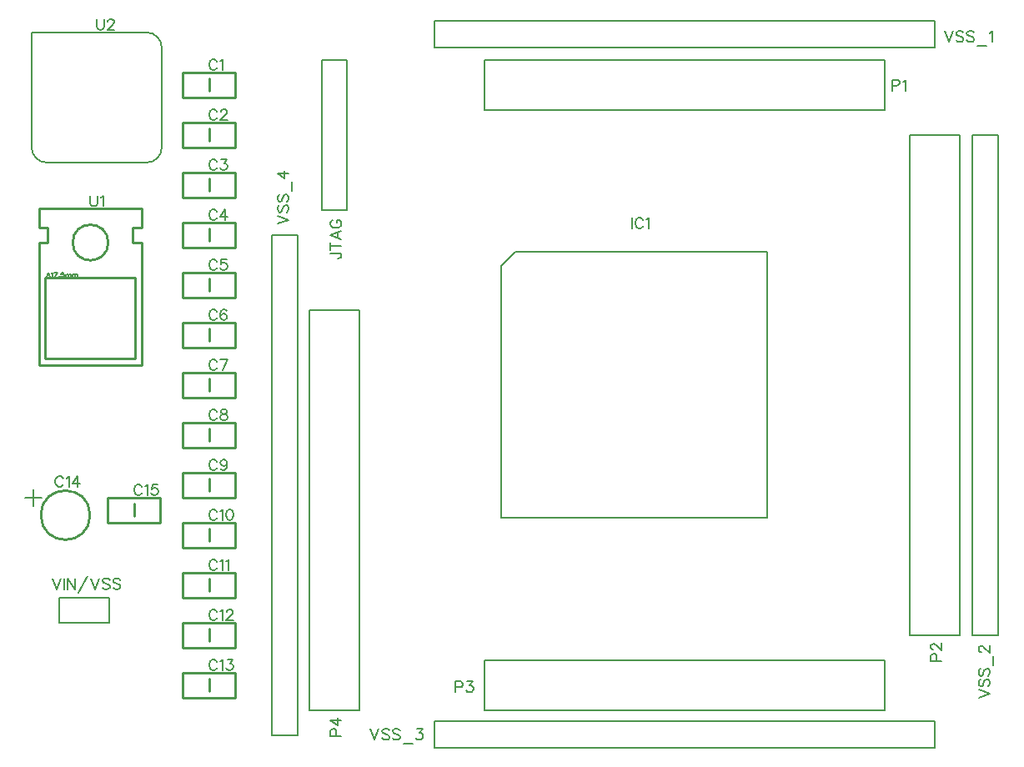
<source format=gto>
G04 Layer: TopSilkLayer*
G04 EasyEDA v5.9.42, Mon, 25 Mar 2019 10:54:48 GMT*
G04 9ec46c63b194450d96f21d754a7bc232*
G04 Gerber Generator version 0.2*
G04 Scale: 100 percent, Rotated: No, Reflected: No *
G04 Dimensions in inches *
G04 leading zeros omitted , absolute positions ,2 integer and 4 decimal *
%FSLAX24Y24*%
%MOIN*%
G90*
G70D02*

%ADD10C,0.010000*%
%ADD11C,0.008000*%
%ADD23C,0.007870*%
%ADD24C,0.007992*%
%ADD25C,0.005910*%
%ADD26C,0.006000*%
%ADD27C,0.007874*%

%LPD*%
G54D23*
G01X20224Y20440D02*
G01X30289Y20440D01*
G01X30289Y9810D01*
G01X19659Y9810D01*
G01X19659Y19875D01*
G01X20224Y20440D01*
G54D10*
G01X8000Y27350D02*
G01X8000Y26850D01*
G01X6950Y27600D02*
G01X9050Y27600D01*
G01X9050Y27600D02*
G01X9050Y26600D01*
G01X9050Y26600D02*
G01X6950Y26600D01*
G01X6950Y26600D02*
G01X6950Y27600D01*
G01X8000Y25350D02*
G01X8000Y24850D01*
G01X6950Y25600D02*
G01X9050Y25600D01*
G01X9050Y25600D02*
G01X9050Y24600D01*
G01X9050Y24600D02*
G01X6950Y24600D01*
G01X6950Y24600D02*
G01X6950Y25600D01*
G01X8000Y23350D02*
G01X8000Y22850D01*
G01X6950Y23600D02*
G01X9050Y23600D01*
G01X9050Y23600D02*
G01X9050Y22600D01*
G01X9050Y22600D02*
G01X6950Y22600D01*
G01X6950Y22600D02*
G01X6950Y23600D01*
G01X8000Y21350D02*
G01X8000Y20850D01*
G01X6950Y21600D02*
G01X9050Y21600D01*
G01X9050Y21600D02*
G01X9050Y20600D01*
G01X9050Y20600D02*
G01X6950Y20600D01*
G01X6950Y20600D02*
G01X6950Y21600D01*
G01X8000Y19350D02*
G01X8000Y18850D01*
G01X6950Y19600D02*
G01X9050Y19600D01*
G01X9050Y19600D02*
G01X9050Y18600D01*
G01X9050Y18600D02*
G01X6950Y18600D01*
G01X6950Y18600D02*
G01X6950Y19600D01*
G01X8000Y17350D02*
G01X8000Y16850D01*
G01X6950Y17600D02*
G01X9050Y17600D01*
G01X9050Y17600D02*
G01X9050Y16600D01*
G01X9050Y16600D02*
G01X6950Y16600D01*
G01X6950Y16600D02*
G01X6950Y17600D01*
G01X8000Y15350D02*
G01X8000Y14850D01*
G01X6950Y15600D02*
G01X9050Y15600D01*
G01X9050Y15600D02*
G01X9050Y14600D01*
G01X9050Y14600D02*
G01X6950Y14600D01*
G01X6950Y14600D02*
G01X6950Y15600D01*
G01X8000Y13350D02*
G01X8000Y12850D01*
G01X6950Y13600D02*
G01X9050Y13600D01*
G01X9050Y13600D02*
G01X9050Y12600D01*
G01X9050Y12600D02*
G01X6950Y12600D01*
G01X6950Y12600D02*
G01X6950Y13600D01*
G01X8000Y11350D02*
G01X8000Y10850D01*
G01X6950Y11600D02*
G01X9050Y11600D01*
G01X9050Y11600D02*
G01X9050Y10600D01*
G01X9050Y10600D02*
G01X6950Y10600D01*
G01X6950Y10600D02*
G01X6950Y11600D01*
G01X8000Y9350D02*
G01X8000Y8850D01*
G01X6950Y9600D02*
G01X9050Y9600D01*
G01X9050Y9600D02*
G01X9050Y8600D01*
G01X9050Y8600D02*
G01X6950Y8600D01*
G01X6950Y8600D02*
G01X6950Y9600D01*
G01X8000Y7350D02*
G01X8000Y6850D01*
G01X6950Y7600D02*
G01X9050Y7600D01*
G01X9050Y7600D02*
G01X9050Y6600D01*
G01X9050Y6600D02*
G01X6950Y6600D01*
G01X6950Y6600D02*
G01X6950Y7600D01*
G01X8000Y5350D02*
G01X8000Y4850D01*
G01X6950Y5600D02*
G01X9050Y5600D01*
G01X9050Y5600D02*
G01X9050Y4600D01*
G01X9050Y4600D02*
G01X6950Y4600D01*
G01X6950Y4600D02*
G01X6950Y5600D01*
G01X8000Y3350D02*
G01X8000Y2850D01*
G01X6950Y3600D02*
G01X9050Y3600D01*
G01X9050Y3600D02*
G01X9050Y2600D01*
G01X9050Y2600D02*
G01X6950Y2600D01*
G01X6950Y2600D02*
G01X6950Y3600D01*
G54D11*
G01X38000Y25100D02*
G01X36000Y25100D01*
G01X36000Y5100D01*
G01X38000Y5100D01*
G01X38000Y25100D01*
G01X19000Y4100D02*
G01X19000Y2100D01*
G01X35000Y2100D01*
G01X35000Y4100D01*
G01X19000Y4100D01*
G01X19000Y28100D02*
G01X19000Y26100D01*
G01X35000Y26100D01*
G01X35000Y28100D01*
G01X19000Y28100D01*
G01X14000Y18100D02*
G01X12000Y18100D01*
G01X12000Y2100D01*
G01X14000Y2100D01*
G01X14000Y18100D01*
G54D10*
G01X1200Y15900D02*
G01X5300Y15900D01*
G01X5300Y22150D02*
G01X1200Y22150D01*
G01X5300Y15900D02*
G01X5300Y20800D01*
G01X5300Y20800D02*
G01X4950Y20800D01*
G01X4950Y20800D02*
G01X4950Y21400D01*
G01X4950Y21400D02*
G01X5300Y21400D01*
G01X5300Y21400D02*
G01X5300Y22150D01*
G01X1200Y15900D02*
G01X1200Y20800D01*
G01X1200Y20800D02*
G01X1550Y20800D01*
G01X1550Y20800D02*
G01X1550Y21400D01*
G01X1550Y21400D02*
G01X1200Y21400D01*
G01X1200Y21400D02*
G01X1200Y22150D01*
G01X1450Y16150D02*
G01X5050Y16150D01*
G01X5050Y19400D02*
G01X5050Y16150D01*
G01X5050Y19400D02*
G01X1450Y19400D01*
G01X1450Y16150D02*
G01X1450Y19400D01*
G01X5000Y10350D02*
G01X5000Y9850D01*
G01X3950Y10600D02*
G01X6050Y10600D01*
G01X6050Y10600D02*
G01X6050Y9600D01*
G01X6050Y9600D02*
G01X3950Y9600D01*
G01X3950Y9600D02*
G01X3950Y10600D01*
G54D11*
G01X13500Y27350D02*
G01X13500Y28100D01*
G01X12500Y28100D01*
G01X12500Y22100D01*
G01X13500Y22100D01*
G54D24*
G01X13500Y22100D02*
G01X13500Y27350D01*
G54D11*
G01X4000Y6600D02*
G01X4000Y5600D01*
G01X2000Y5600D01*
G01X2000Y6600D01*
G01X2750Y6600D01*
G54D24*
G01X4000Y6600D02*
G01X2750Y6600D01*
G54D11*
G01X37000Y29600D02*
G01X37000Y29650D01*
G01X17000Y29650D01*
G01X17000Y28600D01*
G01X37000Y28600D01*
G01X37000Y29600D01*
G01X39500Y5100D02*
G01X39550Y5100D01*
G01X39550Y25100D01*
G01X38500Y25100D01*
G01X38500Y5100D01*
G01X39500Y5100D01*
G01X37000Y1600D02*
G01X37000Y1650D01*
G01X17000Y1650D01*
G01X17000Y600D01*
G01X37000Y600D01*
G01X37000Y1600D01*
G01X11500Y1100D02*
G01X11550Y1100D01*
G01X11550Y21100D01*
G01X10500Y21100D01*
G01X10500Y1100D01*
G01X11500Y1100D01*
G54D25*
G01X5500Y29200D02*
G01X900Y29200D01*
G01X900Y24600D01*
G01X6100Y24600D02*
G01X6100Y28600D01*
G01X5500Y24000D02*
G01X1500Y24000D01*
G54D26*
G01X24900Y21796D02*
G01X24900Y21367D01*
G01X25342Y21694D02*
G01X25321Y21734D01*
G01X25280Y21776D01*
G01X25239Y21796D01*
G01X25157Y21796D01*
G01X25117Y21776D01*
G01X25076Y21734D01*
G01X25055Y21694D01*
G01X25035Y21632D01*
G01X25035Y21530D01*
G01X25055Y21469D01*
G01X25076Y21428D01*
G01X25117Y21388D01*
G01X25157Y21367D01*
G01X25239Y21367D01*
G01X25280Y21388D01*
G01X25321Y21428D01*
G01X25342Y21469D01*
G01X25477Y21715D02*
G01X25518Y21734D01*
G01X25578Y21796D01*
G01X25578Y21367D01*
G01X8306Y28027D02*
G01X8285Y28067D01*
G01X8244Y28109D01*
G01X8205Y28128D01*
G01X8122Y28128D01*
G01X8081Y28109D01*
G01X8040Y28067D01*
G01X8019Y28027D01*
G01X8000Y27965D01*
G01X8000Y27863D01*
G01X8019Y27802D01*
G01X8040Y27761D01*
G01X8081Y27719D01*
G01X8122Y27700D01*
G01X8205Y27700D01*
G01X8244Y27719D01*
G01X8285Y27761D01*
G01X8306Y27802D01*
G01X8442Y28048D02*
G01X8482Y28067D01*
G01X8543Y28128D01*
G01X8543Y27700D01*
G01X8306Y26027D02*
G01X8285Y26067D01*
G01X8244Y26109D01*
G01X8205Y26128D01*
G01X8122Y26128D01*
G01X8081Y26109D01*
G01X8040Y26067D01*
G01X8019Y26027D01*
G01X8000Y25965D01*
G01X8000Y25863D01*
G01X8019Y25802D01*
G01X8040Y25761D01*
G01X8081Y25719D01*
G01X8122Y25700D01*
G01X8205Y25700D01*
G01X8244Y25719D01*
G01X8285Y25761D01*
G01X8306Y25802D01*
G01X8461Y26027D02*
G01X8461Y26048D01*
G01X8482Y26088D01*
G01X8502Y26109D01*
G01X8543Y26128D01*
G01X8626Y26128D01*
G01X8667Y26109D01*
G01X8686Y26088D01*
G01X8707Y26048D01*
G01X8707Y26007D01*
G01X8686Y25965D01*
G01X8646Y25903D01*
G01X8442Y25700D01*
G01X8727Y25700D01*
G01X8306Y24027D02*
G01X8285Y24067D01*
G01X8244Y24109D01*
G01X8205Y24128D01*
G01X8122Y24128D01*
G01X8081Y24109D01*
G01X8040Y24067D01*
G01X8019Y24027D01*
G01X8000Y23965D01*
G01X8000Y23863D01*
G01X8019Y23802D01*
G01X8040Y23761D01*
G01X8081Y23719D01*
G01X8122Y23700D01*
G01X8205Y23700D01*
G01X8244Y23719D01*
G01X8285Y23761D01*
G01X8306Y23802D01*
G01X8482Y24128D02*
G01X8707Y24128D01*
G01X8585Y23965D01*
G01X8646Y23965D01*
G01X8686Y23944D01*
G01X8707Y23925D01*
G01X8727Y23863D01*
G01X8727Y23823D01*
G01X8707Y23761D01*
G01X8667Y23719D01*
G01X8605Y23700D01*
G01X8543Y23700D01*
G01X8482Y23719D01*
G01X8461Y23740D01*
G01X8442Y23782D01*
G01X8306Y22027D02*
G01X8285Y22067D01*
G01X8244Y22109D01*
G01X8205Y22128D01*
G01X8122Y22128D01*
G01X8081Y22109D01*
G01X8040Y22067D01*
G01X8019Y22027D01*
G01X8000Y21965D01*
G01X8000Y21863D01*
G01X8019Y21802D01*
G01X8040Y21761D01*
G01X8081Y21719D01*
G01X8122Y21700D01*
G01X8205Y21700D01*
G01X8244Y21719D01*
G01X8285Y21761D01*
G01X8306Y21802D01*
G01X8646Y22128D02*
G01X8442Y21842D01*
G01X8748Y21842D01*
G01X8646Y22128D02*
G01X8646Y21700D01*
G01X8306Y20027D02*
G01X8285Y20067D01*
G01X8244Y20109D01*
G01X8205Y20128D01*
G01X8122Y20128D01*
G01X8081Y20109D01*
G01X8040Y20067D01*
G01X8019Y20027D01*
G01X8000Y19965D01*
G01X8000Y19863D01*
G01X8019Y19802D01*
G01X8040Y19761D01*
G01X8081Y19719D01*
G01X8122Y19700D01*
G01X8205Y19700D01*
G01X8244Y19719D01*
G01X8285Y19761D01*
G01X8306Y19802D01*
G01X8686Y20128D02*
G01X8482Y20128D01*
G01X8461Y19944D01*
G01X8482Y19965D01*
G01X8543Y19986D01*
G01X8605Y19986D01*
G01X8667Y19965D01*
G01X8707Y19925D01*
G01X8727Y19863D01*
G01X8727Y19823D01*
G01X8707Y19761D01*
G01X8667Y19719D01*
G01X8605Y19700D01*
G01X8543Y19700D01*
G01X8482Y19719D01*
G01X8461Y19740D01*
G01X8442Y19782D01*
G01X8306Y18027D02*
G01X8285Y18067D01*
G01X8244Y18109D01*
G01X8205Y18128D01*
G01X8122Y18128D01*
G01X8081Y18109D01*
G01X8040Y18067D01*
G01X8019Y18027D01*
G01X8000Y17965D01*
G01X8000Y17863D01*
G01X8019Y17802D01*
G01X8040Y17761D01*
G01X8081Y17719D01*
G01X8122Y17700D01*
G01X8205Y17700D01*
G01X8244Y17719D01*
G01X8285Y17761D01*
G01X8306Y17802D01*
G01X8686Y18067D02*
G01X8667Y18109D01*
G01X8605Y18128D01*
G01X8564Y18128D01*
G01X8502Y18109D01*
G01X8461Y18048D01*
G01X8442Y17944D01*
G01X8442Y17842D01*
G01X8461Y17761D01*
G01X8502Y17719D01*
G01X8564Y17700D01*
G01X8585Y17700D01*
G01X8646Y17719D01*
G01X8686Y17761D01*
G01X8707Y17823D01*
G01X8707Y17842D01*
G01X8686Y17903D01*
G01X8646Y17944D01*
G01X8585Y17965D01*
G01X8564Y17965D01*
G01X8502Y17944D01*
G01X8461Y17903D01*
G01X8442Y17842D01*
G01X8306Y16026D02*
G01X8285Y16067D01*
G01X8244Y16109D01*
G01X8205Y16128D01*
G01X8122Y16128D01*
G01X8081Y16109D01*
G01X8040Y16067D01*
G01X8019Y16026D01*
G01X8000Y15965D01*
G01X8000Y15863D01*
G01X8019Y15801D01*
G01X8040Y15761D01*
G01X8081Y15719D01*
G01X8122Y15700D01*
G01X8205Y15700D01*
G01X8244Y15719D01*
G01X8285Y15761D01*
G01X8306Y15801D01*
G01X8727Y16128D02*
G01X8523Y15700D01*
G01X8442Y16128D02*
G01X8727Y16128D01*
G01X8306Y14026D02*
G01X8285Y14067D01*
G01X8244Y14109D01*
G01X8205Y14128D01*
G01X8122Y14128D01*
G01X8081Y14109D01*
G01X8040Y14067D01*
G01X8019Y14026D01*
G01X8000Y13965D01*
G01X8000Y13863D01*
G01X8019Y13801D01*
G01X8040Y13761D01*
G01X8081Y13719D01*
G01X8122Y13700D01*
G01X8205Y13700D01*
G01X8244Y13719D01*
G01X8285Y13761D01*
G01X8306Y13801D01*
G01X8543Y14128D02*
G01X8482Y14109D01*
G01X8461Y14067D01*
G01X8461Y14026D01*
G01X8482Y13986D01*
G01X8523Y13965D01*
G01X8605Y13944D01*
G01X8667Y13925D01*
G01X8707Y13884D01*
G01X8727Y13842D01*
G01X8727Y13782D01*
G01X8707Y13740D01*
G01X8686Y13719D01*
G01X8626Y13700D01*
G01X8543Y13700D01*
G01X8482Y13719D01*
G01X8461Y13740D01*
G01X8442Y13782D01*
G01X8442Y13842D01*
G01X8461Y13884D01*
G01X8502Y13925D01*
G01X8564Y13944D01*
G01X8646Y13965D01*
G01X8686Y13986D01*
G01X8707Y14026D01*
G01X8707Y14067D01*
G01X8686Y14109D01*
G01X8626Y14128D01*
G01X8543Y14128D01*
G01X8306Y12026D02*
G01X8285Y12067D01*
G01X8244Y12109D01*
G01X8205Y12128D01*
G01X8122Y12128D01*
G01X8081Y12109D01*
G01X8040Y12067D01*
G01X8019Y12026D01*
G01X8000Y11965D01*
G01X8000Y11863D01*
G01X8019Y11801D01*
G01X8040Y11761D01*
G01X8081Y11719D01*
G01X8122Y11700D01*
G01X8205Y11700D01*
G01X8244Y11719D01*
G01X8285Y11761D01*
G01X8306Y11801D01*
G01X8707Y11986D02*
G01X8686Y11925D01*
G01X8646Y11884D01*
G01X8585Y11863D01*
G01X8564Y11863D01*
G01X8502Y11884D01*
G01X8461Y11925D01*
G01X8442Y11986D01*
G01X8442Y12007D01*
G01X8461Y12067D01*
G01X8502Y12109D01*
G01X8564Y12128D01*
G01X8585Y12128D01*
G01X8646Y12109D01*
G01X8686Y12067D01*
G01X8707Y11986D01*
G01X8707Y11884D01*
G01X8686Y11782D01*
G01X8646Y11719D01*
G01X8585Y11700D01*
G01X8543Y11700D01*
G01X8482Y11719D01*
G01X8461Y11761D01*
G01X8306Y10026D02*
G01X8285Y10067D01*
G01X8244Y10109D01*
G01X8205Y10128D01*
G01X8122Y10128D01*
G01X8081Y10109D01*
G01X8040Y10067D01*
G01X8019Y10026D01*
G01X8000Y9965D01*
G01X8000Y9863D01*
G01X8019Y9801D01*
G01X8040Y9761D01*
G01X8081Y9719D01*
G01X8122Y9700D01*
G01X8205Y9700D01*
G01X8244Y9719D01*
G01X8285Y9761D01*
G01X8306Y9801D01*
G01X8442Y10048D02*
G01X8482Y10067D01*
G01X8543Y10128D01*
G01X8543Y9700D01*
G01X8802Y10128D02*
G01X8739Y10109D01*
G01X8700Y10048D01*
G01X8678Y9944D01*
G01X8678Y9884D01*
G01X8700Y9782D01*
G01X8739Y9719D01*
G01X8802Y9700D01*
G01X8843Y9700D01*
G01X8903Y9719D01*
G01X8944Y9782D01*
G01X8964Y9884D01*
G01X8964Y9944D01*
G01X8944Y10048D01*
G01X8903Y10109D01*
G01X8843Y10128D01*
G01X8802Y10128D01*
G01X8306Y8026D02*
G01X8285Y8067D01*
G01X8244Y8109D01*
G01X8205Y8128D01*
G01X8122Y8128D01*
G01X8081Y8109D01*
G01X8040Y8067D01*
G01X8019Y8026D01*
G01X8000Y7965D01*
G01X8000Y7863D01*
G01X8019Y7801D01*
G01X8040Y7761D01*
G01X8081Y7719D01*
G01X8122Y7700D01*
G01X8205Y7700D01*
G01X8244Y7719D01*
G01X8285Y7761D01*
G01X8306Y7801D01*
G01X8442Y8048D02*
G01X8482Y8067D01*
G01X8543Y8128D01*
G01X8543Y7700D01*
G01X8678Y8048D02*
G01X8719Y8067D01*
G01X8781Y8128D01*
G01X8781Y7700D01*
G01X8306Y6026D02*
G01X8285Y6067D01*
G01X8244Y6109D01*
G01X8205Y6128D01*
G01X8122Y6128D01*
G01X8081Y6109D01*
G01X8040Y6067D01*
G01X8019Y6026D01*
G01X8000Y5965D01*
G01X8000Y5863D01*
G01X8019Y5801D01*
G01X8040Y5761D01*
G01X8081Y5719D01*
G01X8122Y5700D01*
G01X8205Y5700D01*
G01X8244Y5719D01*
G01X8285Y5761D01*
G01X8306Y5801D01*
G01X8442Y6048D02*
G01X8482Y6067D01*
G01X8543Y6128D01*
G01X8543Y5700D01*
G01X8700Y6026D02*
G01X8700Y6048D01*
G01X8719Y6088D01*
G01X8739Y6109D01*
G01X8781Y6128D01*
G01X8863Y6128D01*
G01X8903Y6109D01*
G01X8925Y6088D01*
G01X8944Y6048D01*
G01X8944Y6007D01*
G01X8925Y5965D01*
G01X8884Y5903D01*
G01X8678Y5700D01*
G01X8964Y5700D01*
G01X8306Y4026D02*
G01X8285Y4067D01*
G01X8244Y4109D01*
G01X8205Y4128D01*
G01X8122Y4128D01*
G01X8081Y4109D01*
G01X8040Y4067D01*
G01X8019Y4026D01*
G01X8000Y3965D01*
G01X8000Y3863D01*
G01X8019Y3801D01*
G01X8040Y3761D01*
G01X8081Y3719D01*
G01X8122Y3700D01*
G01X8205Y3700D01*
G01X8244Y3719D01*
G01X8285Y3761D01*
G01X8306Y3801D01*
G01X8442Y4048D02*
G01X8482Y4067D01*
G01X8543Y4128D01*
G01X8543Y3700D01*
G01X8719Y4128D02*
G01X8944Y4128D01*
G01X8822Y3965D01*
G01X8884Y3965D01*
G01X8925Y3944D01*
G01X8944Y3925D01*
G01X8964Y3863D01*
G01X8964Y3823D01*
G01X8944Y3761D01*
G01X8903Y3719D01*
G01X8843Y3700D01*
G01X8781Y3700D01*
G01X8719Y3719D01*
G01X8700Y3740D01*
G01X8678Y3782D01*
G01X36849Y4076D02*
G01X37278Y4076D01*
G01X36849Y4076D02*
G01X36849Y4260D01*
G01X36869Y4321D01*
G01X36889Y4342D01*
G01X36930Y4362D01*
G01X36992Y4362D01*
G01X37033Y4342D01*
G01X37053Y4321D01*
G01X37074Y4260D01*
G01X37074Y4076D01*
G01X36951Y4518D02*
G01X36930Y4518D01*
G01X36889Y4538D01*
G01X36869Y4559D01*
G01X36849Y4600D01*
G01X36849Y4681D01*
G01X36869Y4722D01*
G01X36889Y4743D01*
G01X36930Y4763D01*
G01X36971Y4763D01*
G01X37012Y4743D01*
G01X37074Y4702D01*
G01X37278Y4497D01*
G01X37278Y4784D01*
G01X17850Y3250D02*
G01X17850Y2821D01*
G01X17850Y3250D02*
G01X18034Y3250D01*
G01X18094Y3230D01*
G01X18115Y3209D01*
G01X18135Y3169D01*
G01X18135Y3107D01*
G01X18115Y3065D01*
G01X18094Y3046D01*
G01X18034Y3025D01*
G01X17850Y3025D01*
G01X18311Y3250D02*
G01X18536Y3250D01*
G01X18414Y3086D01*
G01X18476Y3086D01*
G01X18517Y3065D01*
G01X18536Y3046D01*
G01X18557Y2984D01*
G01X18557Y2944D01*
G01X18536Y2882D01*
G01X18496Y2840D01*
G01X18435Y2821D01*
G01X18373Y2821D01*
G01X18311Y2840D01*
G01X18292Y2861D01*
G01X18271Y2903D01*
G01X35300Y27300D02*
G01X35300Y26871D01*
G01X35300Y27300D02*
G01X35484Y27300D01*
G01X35544Y27280D01*
G01X35565Y27259D01*
G01X35585Y27219D01*
G01X35585Y27157D01*
G01X35565Y27115D01*
G01X35544Y27096D01*
G01X35484Y27075D01*
G01X35300Y27075D01*
G01X35721Y27219D02*
G01X35761Y27238D01*
G01X35823Y27300D01*
G01X35823Y26871D01*
G01X12849Y1071D02*
G01X13278Y1071D01*
G01X12849Y1071D02*
G01X12849Y1255D01*
G01X12869Y1317D01*
G01X12889Y1338D01*
G01X12930Y1357D01*
G01X12992Y1357D01*
G01X13033Y1338D01*
G01X13053Y1317D01*
G01X13074Y1255D01*
G01X13074Y1071D01*
G01X12849Y1698D02*
G01X13135Y1492D01*
G01X13135Y1800D01*
G01X12849Y1698D02*
G01X13278Y1698D01*
G01X3250Y22678D02*
G01X3250Y22373D01*
G01X3269Y22311D01*
G01X3311Y22269D01*
G01X3373Y22250D01*
G01X3413Y22250D01*
G01X3475Y22269D01*
G01X3515Y22311D01*
G01X3536Y22373D01*
G01X3536Y22678D01*
G01X3671Y22598D02*
G01X3711Y22617D01*
G01X3773Y22678D01*
G01X3773Y22250D01*
G01X1573Y19609D02*
G01X1500Y19417D01*
G01X1573Y19609D02*
G01X1644Y19417D01*
G01X1526Y19482D02*
G01X1617Y19482D01*
G01X1705Y19573D02*
G01X1723Y19582D01*
G01X1751Y19609D01*
G01X1751Y19417D01*
G01X1938Y19609D02*
G01X1846Y19417D01*
G01X1811Y19609D02*
G01X1938Y19609D01*
G01X2015Y19455D02*
G01X2007Y19444D01*
G01X1998Y19455D01*
G01X2007Y19463D01*
G01X2015Y19455D01*
G01X2015Y19436D01*
G01X1998Y19417D01*
G01X2184Y19609D02*
G01X2094Y19609D01*
G01X2084Y19527D01*
G01X2094Y19536D01*
G01X2121Y19544D01*
G01X2148Y19544D01*
G01X2176Y19536D01*
G01X2194Y19517D01*
G01X2203Y19490D01*
G01X2203Y19473D01*
G01X2194Y19444D01*
G01X2176Y19427D01*
G01X2148Y19417D01*
G01X2121Y19417D01*
G01X2094Y19427D01*
G01X2084Y19436D01*
G01X2076Y19455D01*
G01X2263Y19544D02*
G01X2263Y19417D01*
G01X2263Y19509D02*
G01X2290Y19536D01*
G01X2309Y19544D01*
G01X2336Y19544D01*
G01X2355Y19536D01*
G01X2363Y19509D01*
G01X2363Y19417D01*
G01X2363Y19509D02*
G01X2390Y19536D01*
G01X2409Y19544D01*
G01X2436Y19544D01*
G01X2455Y19536D01*
G01X2463Y19509D01*
G01X2463Y19417D01*
G01X2523Y19544D02*
G01X2523Y19417D01*
G01X2523Y19509D02*
G01X2551Y19536D01*
G01X2569Y19544D01*
G01X2596Y19544D01*
G01X2615Y19536D01*
G01X2623Y19509D01*
G01X2623Y19417D01*
G01X2623Y19509D02*
G01X2651Y19536D01*
G01X2669Y19544D01*
G01X2696Y19544D01*
G01X2715Y19536D01*
G01X2723Y19509D01*
G01X2723Y19417D01*
G01X2156Y11354D02*
G01X2135Y11395D01*
G01X2094Y11436D01*
G01X2054Y11456D01*
G01X1972Y11456D01*
G01X1931Y11436D01*
G01X1890Y11395D01*
G01X1869Y11354D01*
G01X1849Y11293D01*
G01X1849Y11191D01*
G01X1869Y11129D01*
G01X1890Y11088D01*
G01X1931Y11047D01*
G01X1972Y11027D01*
G01X2054Y11027D01*
G01X2094Y11047D01*
G01X2135Y11088D01*
G01X2156Y11129D01*
G01X2291Y11375D02*
G01X2332Y11395D01*
G01X2393Y11456D01*
G01X2393Y11027D01*
G01X2733Y11456D02*
G01X2528Y11170D01*
G01X2835Y11170D01*
G01X2733Y11456D02*
G01X2733Y11027D01*
G54D27*
G01X976Y10927D02*
G01X976Y10273D01*
G01X649Y10600D02*
G01X1304Y10600D01*
G54D26*
G01X5306Y11026D02*
G01X5285Y11067D01*
G01X5244Y11109D01*
G01X5205Y11128D01*
G01X5122Y11128D01*
G01X5081Y11109D01*
G01X5040Y11067D01*
G01X5019Y11026D01*
G01X5000Y10965D01*
G01X5000Y10863D01*
G01X5019Y10801D01*
G01X5040Y10761D01*
G01X5081Y10719D01*
G01X5122Y10700D01*
G01X5205Y10700D01*
G01X5244Y10719D01*
G01X5285Y10761D01*
G01X5306Y10801D01*
G01X5442Y11048D02*
G01X5482Y11067D01*
G01X5543Y11128D01*
G01X5543Y10700D01*
G01X5925Y11128D02*
G01X5719Y11128D01*
G01X5700Y10944D01*
G01X5719Y10965D01*
G01X5781Y10986D01*
G01X5843Y10986D01*
G01X5903Y10965D01*
G01X5944Y10925D01*
G01X5964Y10863D01*
G01X5964Y10823D01*
G01X5944Y10761D01*
G01X5903Y10719D01*
G01X5843Y10700D01*
G01X5781Y10700D01*
G01X5719Y10719D01*
G01X5700Y10740D01*
G01X5678Y10782D01*
G01X12849Y20375D02*
G01X13176Y20375D01*
G01X13237Y20353D01*
G01X13258Y20334D01*
G01X13278Y20292D01*
G01X13278Y20252D01*
G01X13258Y20211D01*
G01X13237Y20190D01*
G01X13176Y20169D01*
G01X13135Y20169D01*
G01X12849Y20653D02*
G01X13278Y20653D01*
G01X12849Y20509D02*
G01X12849Y20796D01*
G01X12849Y21094D02*
G01X13278Y20930D01*
G01X12849Y21094D02*
G01X13278Y21257D01*
G01X13135Y20992D02*
G01X13135Y21196D01*
G01X12951Y21700D02*
G01X12910Y21680D01*
G01X12869Y21638D01*
G01X12849Y21598D01*
G01X12849Y21515D01*
G01X12869Y21475D01*
G01X12910Y21434D01*
G01X12951Y21413D01*
G01X13012Y21392D01*
G01X13114Y21392D01*
G01X13176Y21413D01*
G01X13217Y21434D01*
G01X13258Y21475D01*
G01X13278Y21515D01*
G01X13278Y21598D01*
G01X13258Y21638D01*
G01X13217Y21680D01*
G01X13176Y21700D01*
G01X13114Y21700D01*
G01X13114Y21598D02*
G01X13114Y21700D01*
G01X1750Y7367D02*
G01X1913Y6938D01*
G01X2076Y7367D02*
G01X1913Y6938D01*
G01X2211Y7367D02*
G01X2211Y6938D01*
G01X2346Y7367D02*
G01X2346Y6938D01*
G01X2346Y7367D02*
G01X2634Y6938D01*
G01X2634Y7367D02*
G01X2634Y6938D01*
G01X3136Y7450D02*
G01X2769Y6796D01*
G01X3271Y7367D02*
G01X3434Y6938D01*
G01X3598Y7367D02*
G01X3434Y6938D01*
G01X4019Y7307D02*
G01X3980Y7348D01*
G01X3917Y7367D01*
G01X3836Y7367D01*
G01X3775Y7348D01*
G01X3734Y7307D01*
G01X3734Y7265D01*
G01X3755Y7225D01*
G01X3775Y7205D01*
G01X3815Y7184D01*
G01X3938Y7142D01*
G01X3980Y7123D01*
G01X4000Y7103D01*
G01X4019Y7061D01*
G01X4019Y7000D01*
G01X3980Y6959D01*
G01X3917Y6938D01*
G01X3836Y6938D01*
G01X3775Y6959D01*
G01X3734Y7000D01*
G01X4442Y7307D02*
G01X4401Y7348D01*
G01X4340Y7367D01*
G01X4257Y7367D01*
G01X4196Y7348D01*
G01X4155Y7307D01*
G01X4155Y7265D01*
G01X4176Y7225D01*
G01X4196Y7205D01*
G01X4236Y7184D01*
G01X4359Y7142D01*
G01X4401Y7123D01*
G01X4421Y7103D01*
G01X4442Y7061D01*
G01X4442Y7000D01*
G01X4401Y6959D01*
G01X4340Y6938D01*
G01X4257Y6938D01*
G01X4196Y6959D01*
G01X4155Y7000D01*
G01X37400Y29250D02*
G01X37564Y28821D01*
G01X37727Y29250D02*
G01X37564Y28821D01*
G01X38148Y29188D02*
G01X38107Y29230D01*
G01X38046Y29250D01*
G01X37964Y29250D01*
G01X37902Y29230D01*
G01X37861Y29188D01*
G01X37861Y29148D01*
G01X37882Y29107D01*
G01X37902Y29086D01*
G01X37943Y29065D01*
G01X38067Y29025D01*
G01X38107Y29005D01*
G01X38127Y28984D01*
G01X38148Y28944D01*
G01X38148Y28882D01*
G01X38107Y28840D01*
G01X38046Y28821D01*
G01X37964Y28821D01*
G01X37902Y28840D01*
G01X37861Y28882D01*
G01X38569Y29188D02*
G01X38529Y29230D01*
G01X38468Y29250D01*
G01X38385Y29250D01*
G01X38325Y29230D01*
G01X38284Y29188D01*
G01X38284Y29148D01*
G01X38304Y29107D01*
G01X38325Y29086D01*
G01X38364Y29065D01*
G01X38488Y29025D01*
G01X38529Y29005D01*
G01X38550Y28984D01*
G01X38569Y28944D01*
G01X38569Y28882D01*
G01X38529Y28840D01*
G01X38468Y28821D01*
G01X38385Y28821D01*
G01X38325Y28840D01*
G01X38284Y28882D01*
G01X38705Y28678D02*
G01X39072Y28678D01*
G01X39207Y29169D02*
G01X39248Y29188D01*
G01X39310Y29250D01*
G01X39310Y28821D01*
G01X38759Y2594D02*
G01X39188Y2759D01*
G01X38759Y2921D02*
G01X39188Y2759D01*
G01X38820Y3344D02*
G01X38779Y3303D01*
G01X38759Y3240D01*
G01X38759Y3159D01*
G01X38779Y3098D01*
G01X38820Y3057D01*
G01X38861Y3057D01*
G01X38902Y3078D01*
G01X38922Y3098D01*
G01X38943Y3138D01*
G01X38984Y3261D01*
G01X39004Y3303D01*
G01X39024Y3323D01*
G01X39065Y3344D01*
G01X39127Y3344D01*
G01X39168Y3303D01*
G01X39188Y3240D01*
G01X39188Y3159D01*
G01X39168Y3098D01*
G01X39127Y3057D01*
G01X38820Y3765D02*
G01X38779Y3723D01*
G01X38759Y3663D01*
G01X38759Y3580D01*
G01X38779Y3519D01*
G01X38820Y3478D01*
G01X38861Y3478D01*
G01X38902Y3498D01*
G01X38922Y3519D01*
G01X38943Y3559D01*
G01X38984Y3682D01*
G01X39004Y3723D01*
G01X39024Y3744D01*
G01X39065Y3765D01*
G01X39127Y3765D01*
G01X39168Y3723D01*
G01X39188Y3663D01*
G01X39188Y3580D01*
G01X39168Y3519D01*
G01X39127Y3478D01*
G01X39331Y3900D02*
G01X39331Y4267D01*
G01X38861Y4423D02*
G01X38840Y4423D01*
G01X38799Y4444D01*
G01X38779Y4465D01*
G01X38759Y4505D01*
G01X38759Y4586D01*
G01X38779Y4628D01*
G01X38799Y4648D01*
G01X38840Y4669D01*
G01X38881Y4669D01*
G01X38922Y4648D01*
G01X38984Y4607D01*
G01X39188Y4403D01*
G01X39188Y4690D01*
G01X14450Y1350D02*
G01X14614Y921D01*
G01X14777Y1350D02*
G01X14614Y921D01*
G01X15198Y1288D02*
G01X15157Y1330D01*
G01X15096Y1350D01*
G01X15014Y1350D01*
G01X14952Y1330D01*
G01X14911Y1288D01*
G01X14911Y1248D01*
G01X14932Y1207D01*
G01X14952Y1186D01*
G01X14993Y1165D01*
G01X15117Y1125D01*
G01X15157Y1105D01*
G01X15177Y1084D01*
G01X15198Y1044D01*
G01X15198Y982D01*
G01X15157Y940D01*
G01X15096Y921D01*
G01X15014Y921D01*
G01X14952Y940D01*
G01X14911Y982D01*
G01X15619Y1288D02*
G01X15578Y1330D01*
G01X15518Y1350D01*
G01X15435Y1350D01*
G01X15375Y1330D01*
G01X15334Y1288D01*
G01X15334Y1248D01*
G01X15353Y1207D01*
G01X15375Y1186D01*
G01X15414Y1165D01*
G01X15538Y1125D01*
G01X15578Y1105D01*
G01X15600Y1084D01*
G01X15619Y1044D01*
G01X15619Y982D01*
G01X15578Y940D01*
G01X15518Y921D01*
G01X15435Y921D01*
G01X15375Y940D01*
G01X15334Y982D01*
G01X15755Y778D02*
G01X16122Y778D01*
G01X16298Y1350D02*
G01X16523Y1350D01*
G01X16401Y1186D01*
G01X16463Y1186D01*
G01X16503Y1165D01*
G01X16523Y1146D01*
G01X16544Y1084D01*
G01X16544Y1044D01*
G01X16523Y982D01*
G01X16482Y940D01*
G01X16422Y921D01*
G01X16360Y921D01*
G01X16298Y940D01*
G01X16278Y961D01*
G01X16257Y1003D01*
G01X10731Y21550D02*
G01X11160Y21713D01*
G01X10731Y21877D02*
G01X11160Y21713D01*
G01X10793Y22298D02*
G01X10752Y22257D01*
G01X10731Y22196D01*
G01X10731Y22115D01*
G01X10752Y22053D01*
G01X10793Y22011D01*
G01X10834Y22011D01*
G01X10875Y22032D01*
G01X10894Y22053D01*
G01X10915Y22094D01*
G01X10956Y22217D01*
G01X10977Y22257D01*
G01X10997Y22278D01*
G01X11038Y22298D01*
G01X11100Y22298D01*
G01X11140Y22257D01*
G01X11160Y22196D01*
G01X11160Y22115D01*
G01X11140Y22053D01*
G01X11100Y22011D01*
G01X10793Y22719D02*
G01X10752Y22678D01*
G01X10731Y22617D01*
G01X10731Y22536D01*
G01X10752Y22475D01*
G01X10793Y22434D01*
G01X10834Y22434D01*
G01X10875Y22453D01*
G01X10894Y22475D01*
G01X10915Y22515D01*
G01X10956Y22638D01*
G01X10977Y22678D01*
G01X10997Y22700D01*
G01X11038Y22719D01*
G01X11100Y22719D01*
G01X11140Y22678D01*
G01X11160Y22617D01*
G01X11160Y22536D01*
G01X11140Y22475D01*
G01X11100Y22434D01*
G01X11303Y22855D02*
G01X11303Y23223D01*
G01X10731Y23563D02*
G01X11018Y23357D01*
G01X11018Y23665D01*
G01X10731Y23563D02*
G01X11160Y23563D01*
G01X3500Y29728D02*
G01X3500Y29423D01*
G01X3519Y29361D01*
G01X3561Y29319D01*
G01X3623Y29300D01*
G01X3663Y29300D01*
G01X3725Y29319D01*
G01X3765Y29361D01*
G01X3786Y29423D01*
G01X3786Y29728D01*
G01X3942Y29627D02*
G01X3942Y29648D01*
G01X3961Y29688D01*
G01X3982Y29709D01*
G01X4023Y29728D01*
G01X4105Y29728D01*
G01X4146Y29709D01*
G01X4167Y29688D01*
G01X4186Y29648D01*
G01X4186Y29607D01*
G01X4167Y29565D01*
G01X4126Y29503D01*
G01X3921Y29300D01*
G01X4207Y29300D01*
G54D25*
G75*
G01X6100Y24600D02*
G02X5500Y24000I-600J0D01*
G01*
G75*
G01X1500Y24000D02*
G02X900Y24600I0J600D01*
G01*
G75*
G01X5500Y29200D02*
G02X6100Y28600I0J-600D01*
G01*
G54D10*
G75*
G01X3960Y20800D02*
G03X3960Y20800I-710J0D01*
G01*
G75*
G01X3234Y9900D02*
G03X3234Y9900I-984J0D01*
G01*
M00*
M02*

</source>
